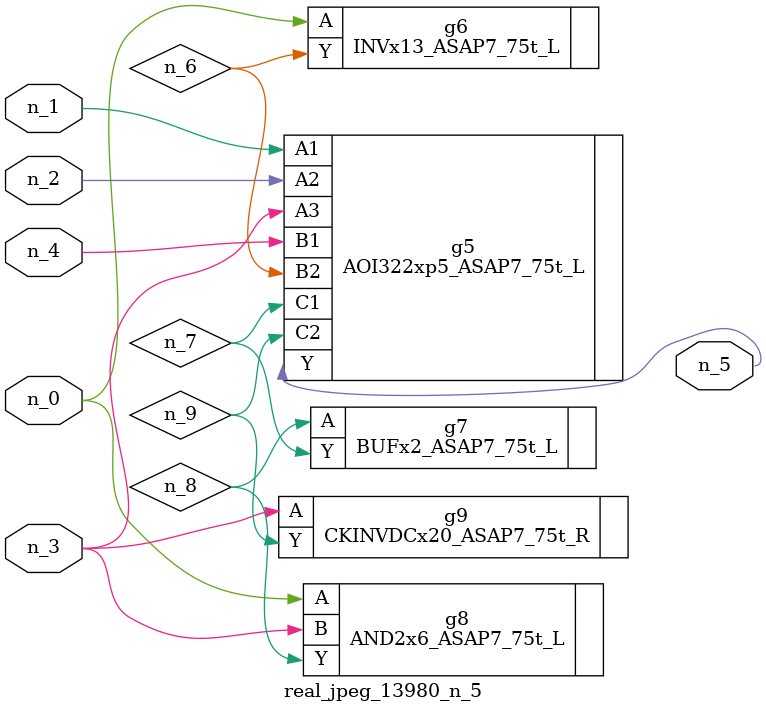
<source format=v>
module real_jpeg_13980_n_5 (n_4, n_0, n_1, n_2, n_3, n_5);

input n_4;
input n_0;
input n_1;
input n_2;
input n_3;

output n_5;

wire n_8;
wire n_6;
wire n_7;
wire n_9;

INVx13_ASAP7_75t_L g6 ( 
.A(n_0),
.Y(n_6)
);

AND2x6_ASAP7_75t_L g8 ( 
.A(n_0),
.B(n_3),
.Y(n_8)
);

AOI322xp5_ASAP7_75t_L g5 ( 
.A1(n_1),
.A2(n_2),
.A3(n_3),
.B1(n_4),
.B2(n_6),
.C1(n_7),
.C2(n_9),
.Y(n_5)
);

CKINVDCx20_ASAP7_75t_R g9 ( 
.A(n_3),
.Y(n_9)
);

BUFx2_ASAP7_75t_L g7 ( 
.A(n_8),
.Y(n_7)
);


endmodule
</source>
